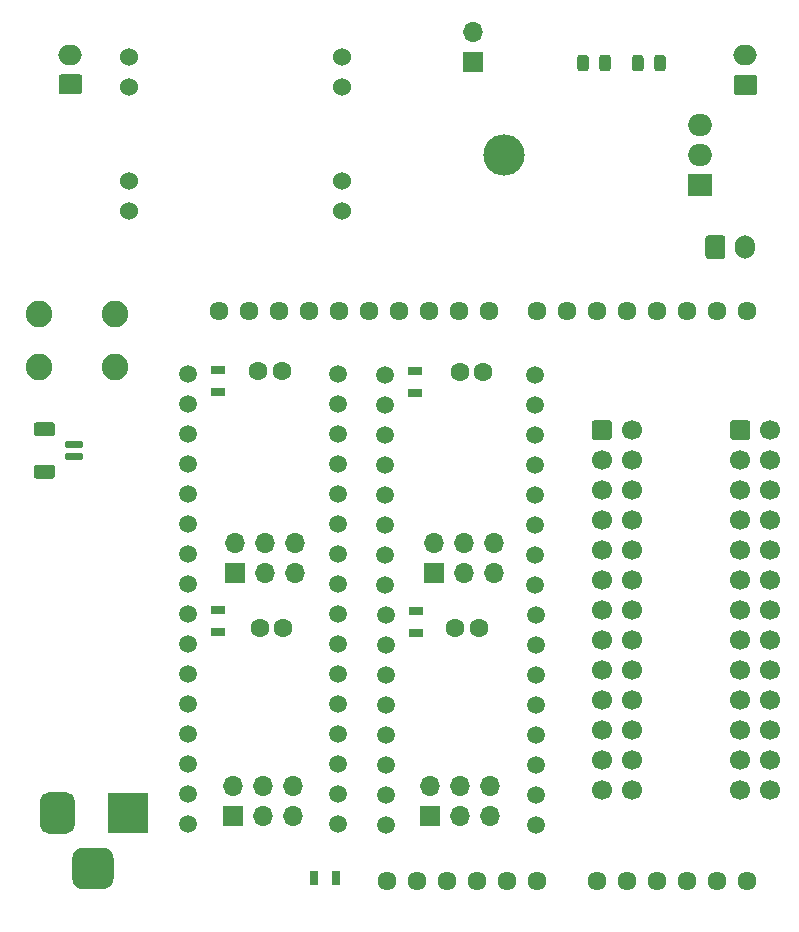
<source format=gts>
%TF.GenerationSoftware,KiCad,Pcbnew,5.1.6-c6e7f7d~87~ubuntu20.04.1*%
%TF.CreationDate,2021-10-31T15:52:52+01:00*%
%TF.ProjectId,sb-cnc-shield,73622d63-6e63-42d7-9368-69656c642e6b,rev?*%
%TF.SameCoordinates,Original*%
%TF.FileFunction,Soldermask,Top*%
%TF.FilePolarity,Negative*%
%FSLAX46Y46*%
G04 Gerber Fmt 4.6, Leading zero omitted, Abs format (unit mm)*
G04 Created by KiCad (PCBNEW 5.1.6-c6e7f7d~87~ubuntu20.04.1) date 2021-10-31 15:52:52*
%MOMM*%
%LPD*%
G01*
G04 APERTURE LIST*
%ADD10C,1.700000*%
%ADD11O,3.500000X3.500000*%
%ADD12R,2.000000X1.905000*%
%ADD13O,2.000000X1.905000*%
%ADD14O,2.000000X1.700000*%
%ADD15C,1.610000*%
%ADD16C,2.250000*%
%ADD17C,1.510000*%
%ADD18R,1.300000X0.700000*%
%ADD19R,0.700000X1.300000*%
%ADD20R,3.500000X3.500000*%
%ADD21C,1.600000*%
%ADD22R,1.700000X1.700000*%
%ADD23O,1.700000X1.700000*%
%ADD24O,1.700000X2.000000*%
%ADD25C,1.524000*%
G04 APERTURE END LIST*
D10*
%TO.C,conn26_0*%
X179283000Y-109480000D03*
X179283000Y-106940000D03*
X179283000Y-104400000D03*
X179283000Y-101860000D03*
X179283000Y-99320000D03*
X179283000Y-96780000D03*
X179283000Y-94240000D03*
X179283000Y-91700000D03*
X179283000Y-89160000D03*
X179283000Y-86620000D03*
X179283000Y-84080000D03*
X179283000Y-81540000D03*
X179283000Y-79000000D03*
X176743000Y-109480000D03*
X176743000Y-106940000D03*
X176743000Y-104400000D03*
X176743000Y-101860000D03*
X176743000Y-99320000D03*
X176743000Y-96780000D03*
X176743000Y-94240000D03*
X176743000Y-91700000D03*
X176743000Y-89160000D03*
X176743000Y-86620000D03*
X176743000Y-84080000D03*
X176743000Y-81540000D03*
G36*
G01*
X175893000Y-79600000D02*
X175893000Y-78400000D01*
G75*
G02*
X176143000Y-78150000I250000J0D01*
G01*
X177343000Y-78150000D01*
G75*
G02*
X177593000Y-78400000I0J-250000D01*
G01*
X177593000Y-79600000D01*
G75*
G02*
X177343000Y-79850000I-250000J0D01*
G01*
X176143000Y-79850000D01*
G75*
G02*
X175893000Y-79600000I0J250000D01*
G01*
G37*
%TD*%
%TO.C,conn26_1*%
G36*
G01*
X164180000Y-79600000D02*
X164180000Y-78400000D01*
G75*
G02*
X164430000Y-78150000I250000J0D01*
G01*
X165630000Y-78150000D01*
G75*
G02*
X165880000Y-78400000I0J-250000D01*
G01*
X165880000Y-79600000D01*
G75*
G02*
X165630000Y-79850000I-250000J0D01*
G01*
X164430000Y-79850000D01*
G75*
G02*
X164180000Y-79600000I0J250000D01*
G01*
G37*
X165030000Y-81540000D03*
X165030000Y-84080000D03*
X165030000Y-86620000D03*
X165030000Y-89160000D03*
X165030000Y-91700000D03*
X165030000Y-94240000D03*
X165030000Y-96780000D03*
X165030000Y-99320000D03*
X165030000Y-101860000D03*
X165030000Y-104400000D03*
X165030000Y-106940000D03*
X165030000Y-109480000D03*
X167570000Y-79000000D03*
X167570000Y-81540000D03*
X167570000Y-84080000D03*
X167570000Y-86620000D03*
X167570000Y-89160000D03*
X167570000Y-91700000D03*
X167570000Y-94240000D03*
X167570000Y-96780000D03*
X167570000Y-99320000D03*
X167570000Y-101860000D03*
X167570000Y-104400000D03*
X167570000Y-106940000D03*
X167570000Y-109480000D03*
%TD*%
D11*
%TO.C,Q0*%
X156720000Y-55727600D03*
D12*
X173380000Y-58267600D03*
D13*
X173380000Y-55727600D03*
X173380000Y-53187600D03*
%TD*%
%TO.C,pi_5V1*%
G36*
G01*
X120790000Y-50583200D02*
X119290000Y-50583200D01*
G75*
G02*
X119040000Y-50333200I0J250000D01*
G01*
X119040000Y-49133200D01*
G75*
G02*
X119290000Y-48883200I250000J0D01*
G01*
X120790000Y-48883200D01*
G75*
G02*
X121040000Y-49133200I0J-250000D01*
G01*
X121040000Y-50333200D01*
G75*
G02*
X120790000Y-50583200I-250000J0D01*
G01*
G37*
D14*
X120040000Y-47233200D03*
%TD*%
D15*
%TO.C,U1*%
X177358000Y-117180000D03*
X174818000Y-117180000D03*
X172278000Y-117180000D03*
X164658000Y-117180000D03*
X167198000Y-117180000D03*
X169738000Y-117180000D03*
X159578000Y-117180000D03*
X157038000Y-117180000D03*
X154498000Y-117180000D03*
X149418000Y-117180000D03*
X146878000Y-117180000D03*
X177358000Y-68920000D03*
X174818000Y-68920000D03*
X172278000Y-68920000D03*
X169738000Y-68920000D03*
X167198000Y-68920000D03*
X164658000Y-68920000D03*
X162118000Y-68920000D03*
X159578000Y-68920000D03*
X155514000Y-68920000D03*
X152974000Y-68920000D03*
X150434000Y-68920000D03*
X147894000Y-68920000D03*
X145354000Y-68920000D03*
X142814000Y-68920000D03*
X140274000Y-68920000D03*
X137734000Y-68920000D03*
X151958000Y-117180000D03*
X135194000Y-68920000D03*
X132654000Y-68920000D03*
%TD*%
D16*
%TO.C,SW1*%
X117348000Y-73689600D03*
X123848000Y-73689600D03*
X117348000Y-69189600D03*
X123848000Y-69189600D03*
%TD*%
D17*
%TO.C,U2*%
X130033000Y-74229000D03*
X130033000Y-76769000D03*
X130033000Y-79309000D03*
X130033000Y-81849000D03*
X130033000Y-84389000D03*
X130033000Y-86929000D03*
X130033000Y-89469000D03*
X130033000Y-92009000D03*
X142733000Y-92009000D03*
X142733000Y-89469000D03*
X142733000Y-86929000D03*
X142733000Y-84389000D03*
X142733000Y-81849000D03*
X142733000Y-79309000D03*
X142733000Y-76769000D03*
X142733000Y-74229000D03*
%TD*%
%TO.C,U4*%
X130033000Y-94549000D03*
X130033000Y-97089000D03*
X130033000Y-99629000D03*
X130033000Y-102169000D03*
X130033000Y-104709000D03*
X130033000Y-107249000D03*
X130033000Y-109789000D03*
X130033000Y-112329000D03*
X142733000Y-112329000D03*
X142733000Y-109789000D03*
X142733000Y-107249000D03*
X142733000Y-104709000D03*
X142733000Y-102169000D03*
X142733000Y-99629000D03*
X142733000Y-97089000D03*
X142733000Y-94549000D03*
%TD*%
%TO.C,U5*%
X146746000Y-94625200D03*
X146746000Y-97165200D03*
X146746000Y-99705200D03*
X146746000Y-102245200D03*
X146746000Y-104785200D03*
X146746000Y-107325200D03*
X146746000Y-109865200D03*
X146746000Y-112405200D03*
X159446000Y-112405200D03*
X159446000Y-109865200D03*
X159446000Y-107325200D03*
X159446000Y-104785200D03*
X159446000Y-102245200D03*
X159446000Y-99705200D03*
X159446000Y-97165200D03*
X159446000Y-94625200D03*
%TD*%
%TO.C,U3*%
X146670000Y-74305200D03*
X146670000Y-76845200D03*
X146670000Y-79385200D03*
X146670000Y-81925200D03*
X146670000Y-84465200D03*
X146670000Y-87005200D03*
X146670000Y-89545200D03*
X146670000Y-92085200D03*
X159370000Y-92085200D03*
X159370000Y-89545200D03*
X159370000Y-87005200D03*
X159370000Y-84465200D03*
X159370000Y-81925200D03*
X159370000Y-79385200D03*
X159370000Y-76845200D03*
X159370000Y-74305200D03*
%TD*%
D18*
%TO.C,R1*%
X132573000Y-75814000D03*
X132573000Y-73914000D03*
%TD*%
%TO.C,R2*%
X149210000Y-75890200D03*
X149210000Y-73990200D03*
%TD*%
%TO.C,R3*%
X132573000Y-96134000D03*
X132573000Y-94234000D03*
%TD*%
%TO.C,R4*%
X149286000Y-96210200D03*
X149286000Y-94310200D03*
%TD*%
D19*
%TO.C,R5*%
X142555000Y-116891000D03*
X140655000Y-116891000D03*
%TD*%
D20*
%TO.C,P8*%
X124938000Y-111420000D03*
G36*
G01*
X117438000Y-112420000D02*
X117438000Y-110420000D01*
G75*
G02*
X118188000Y-109670000I750000J0D01*
G01*
X119688000Y-109670000D01*
G75*
G02*
X120438000Y-110420000I0J-750000D01*
G01*
X120438000Y-112420000D01*
G75*
G02*
X119688000Y-113170000I-750000J0D01*
G01*
X118188000Y-113170000D01*
G75*
G02*
X117438000Y-112420000I0J750000D01*
G01*
G37*
G36*
G01*
X120188000Y-116995000D02*
X120188000Y-115245000D01*
G75*
G02*
X121063000Y-114370000I875000J0D01*
G01*
X122813000Y-114370000D01*
G75*
G02*
X123688000Y-115245000I0J-875000D01*
G01*
X123688000Y-116995000D01*
G75*
G02*
X122813000Y-117870000I-875000J0D01*
G01*
X121063000Y-117870000D01*
G75*
G02*
X120188000Y-116995000I0J875000D01*
G01*
G37*
%TD*%
D21*
%TO.C,C1*%
X135956000Y-73980100D03*
X137956000Y-73980100D03*
%TD*%
%TO.C,C2*%
X154989000Y-74051200D03*
X152989000Y-74051200D03*
%TD*%
%TO.C,C3*%
X136052000Y-95778400D03*
X138052000Y-95778400D03*
%TD*%
%TO.C,C4*%
X154633000Y-95778400D03*
X152633000Y-95778400D03*
%TD*%
D22*
%TO.C,P10*%
X154102000Y-47879000D03*
D23*
X154102000Y-45339000D03*
%TD*%
%TO.C,R6*%
G36*
G01*
X169462000Y-48386050D02*
X169462000Y-47473550D01*
G75*
G02*
X169705750Y-47229800I243750J0D01*
G01*
X170193250Y-47229800D01*
G75*
G02*
X170437000Y-47473550I0J-243750D01*
G01*
X170437000Y-48386050D01*
G75*
G02*
X170193250Y-48629800I-243750J0D01*
G01*
X169705750Y-48629800D01*
G75*
G02*
X169462000Y-48386050I0J243750D01*
G01*
G37*
G36*
G01*
X167587000Y-48386050D02*
X167587000Y-47473550D01*
G75*
G02*
X167830750Y-47229800I243750J0D01*
G01*
X168318250Y-47229800D01*
G75*
G02*
X168562000Y-47473550I0J-243750D01*
G01*
X168562000Y-48386050D01*
G75*
G02*
X168318250Y-48629800I-243750J0D01*
G01*
X167830750Y-48629800D01*
G75*
G02*
X167587000Y-48386050I0J243750D01*
G01*
G37*
%TD*%
%TO.C,R7*%
G36*
G01*
X162938000Y-48386050D02*
X162938000Y-47473550D01*
G75*
G02*
X163181750Y-47229800I243750J0D01*
G01*
X163669250Y-47229800D01*
G75*
G02*
X163913000Y-47473550I0J-243750D01*
G01*
X163913000Y-48386050D01*
G75*
G02*
X163669250Y-48629800I-243750J0D01*
G01*
X163181750Y-48629800D01*
G75*
G02*
X162938000Y-48386050I0J243750D01*
G01*
G37*
G36*
G01*
X164813000Y-48386050D02*
X164813000Y-47473550D01*
G75*
G02*
X165056750Y-47229800I243750J0D01*
G01*
X165544250Y-47229800D01*
G75*
G02*
X165788000Y-47473550I0J-243750D01*
G01*
X165788000Y-48386050D01*
G75*
G02*
X165544250Y-48629800I-243750J0D01*
G01*
X165056750Y-48629800D01*
G75*
G02*
X164813000Y-48386050I0J243750D01*
G01*
G37*
%TD*%
%TO.C,l_pwr1*%
G36*
G01*
X177940000Y-50634000D02*
X176440000Y-50634000D01*
G75*
G02*
X176190000Y-50384000I0J250000D01*
G01*
X176190000Y-49184000D01*
G75*
G02*
X176440000Y-48934000I250000J0D01*
G01*
X177940000Y-48934000D01*
G75*
G02*
X178190000Y-49184000I0J-250000D01*
G01*
X178190000Y-50384000D01*
G75*
G02*
X177940000Y-50634000I-250000J0D01*
G01*
G37*
D14*
X177190000Y-47284000D03*
%TD*%
D24*
%TO.C,Pump1*%
X177150000Y-63525400D03*
G36*
G01*
X173800000Y-64275400D02*
X173800000Y-62775400D01*
G75*
G02*
X174050000Y-62525400I250000J0D01*
G01*
X175250000Y-62525400D01*
G75*
G02*
X175500000Y-62775400I0J-250000D01*
G01*
X175500000Y-64275400D01*
G75*
G02*
X175250000Y-64525400I-250000J0D01*
G01*
X174050000Y-64525400D01*
G75*
G02*
X173800000Y-64275400I0J250000D01*
G01*
G37*
%TD*%
D22*
%TO.C,MSA1*%
X150480000Y-111643000D03*
D23*
X150480000Y-109103000D03*
X153020000Y-111643000D03*
X153020000Y-109103000D03*
X155560000Y-111643000D03*
X155560000Y-109103000D03*
%TD*%
D22*
%TO.C,MSY1*%
X150835000Y-91145400D03*
D23*
X150835000Y-88605400D03*
X153375000Y-91145400D03*
X153375000Y-88605400D03*
X155915000Y-91145400D03*
X155915000Y-88605400D03*
%TD*%
%TO.C,MSZ1*%
X138923000Y-109129000D03*
X138923000Y-111669000D03*
X136383000Y-109129000D03*
X136383000Y-111669000D03*
X133843000Y-109129000D03*
D22*
X133843000Y-111669000D03*
%TD*%
%TO.C,MSX1*%
X133945000Y-91145400D03*
D23*
X133945000Y-88605400D03*
X136485000Y-91145400D03*
X136485000Y-88605400D03*
X139025000Y-91145400D03*
X139025000Y-88605400D03*
%TD*%
D25*
%TO.C,MP1584EN_DC-DC1*%
X143036000Y-47384200D03*
X143036000Y-49924200D03*
X143036000Y-57924200D03*
X143036000Y-60464200D03*
X125036000Y-57924200D03*
X125036000Y-60464200D03*
X125036000Y-49924200D03*
X125036000Y-47384200D03*
%TD*%
%TO.C,fan1*%
G36*
G01*
X120985000Y-81536400D02*
X119735000Y-81536400D01*
G75*
G02*
X119585000Y-81386400I0J150000D01*
G01*
X119585000Y-81086400D01*
G75*
G02*
X119735000Y-80936400I150000J0D01*
G01*
X120985000Y-80936400D01*
G75*
G02*
X121135000Y-81086400I0J-150000D01*
G01*
X121135000Y-81386400D01*
G75*
G02*
X120985000Y-81536400I-150000J0D01*
G01*
G37*
G36*
G01*
X120985000Y-80536400D02*
X119735000Y-80536400D01*
G75*
G02*
X119585000Y-80386400I0J150000D01*
G01*
X119585000Y-80086400D01*
G75*
G02*
X119735000Y-79936400I150000J0D01*
G01*
X120985000Y-79936400D01*
G75*
G02*
X121135000Y-80086400I0J-150000D01*
G01*
X121135000Y-80386400D01*
G75*
G02*
X120985000Y-80536400I-150000J0D01*
G01*
G37*
G36*
G01*
X118485001Y-83136400D02*
X117184999Y-83136400D01*
G75*
G02*
X116935000Y-82886401I0J249999D01*
G01*
X116935000Y-82186399D01*
G75*
G02*
X117184999Y-81936400I249999J0D01*
G01*
X118485001Y-81936400D01*
G75*
G02*
X118735000Y-82186399I0J-249999D01*
G01*
X118735000Y-82886401D01*
G75*
G02*
X118485001Y-83136400I-249999J0D01*
G01*
G37*
G36*
G01*
X118485001Y-79536400D02*
X117184999Y-79536400D01*
G75*
G02*
X116935000Y-79286401I0J249999D01*
G01*
X116935000Y-78586399D01*
G75*
G02*
X117184999Y-78336400I249999J0D01*
G01*
X118485001Y-78336400D01*
G75*
G02*
X118735000Y-78586399I0J-249999D01*
G01*
X118735000Y-79286401D01*
G75*
G02*
X118485001Y-79536400I-249999J0D01*
G01*
G37*
%TD*%
M02*

</source>
